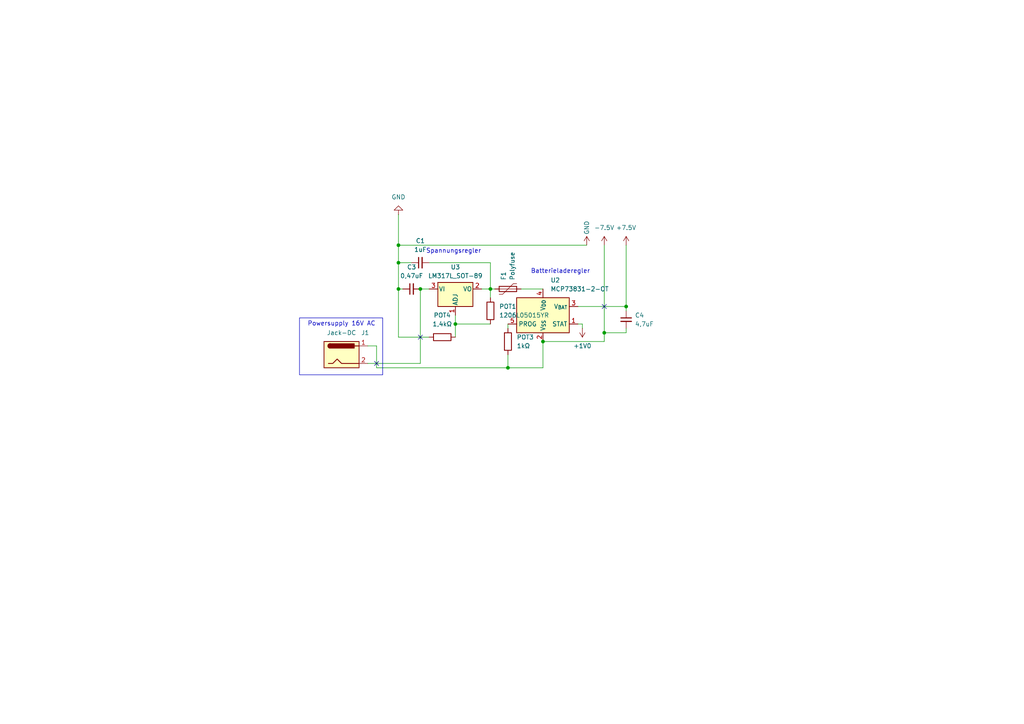
<source format=kicad_sch>
(kicad_sch (version 20231120) (generator "eeschema") (generator_version "8.0")
  (paper "A4")
  (title_block (title "LEGO® Technic (TM) Large Hub Battery: 45610 | Charger") (date "04.07.2024") (rev "AIIrondev") (company "https://github.com/Ekips-Prime-Pro") (comment 1 "1. Powersupply, 2. Spanungsregler, 3.Batterieladeregler"))
  (lib_symbols
    (symbol "Battery_Management:MCP73831-2-OT"
      (property "Reference" "U" (at -7.62 6.35 0))
      (property "Value" "MCP73831-2-OT" (at 1.27 6.35 0))
      (symbol "MCP73831-2-OT_0_1"
        (rectangle (start -7.62 5.08) (end 7.62 -5.08) (stroke (width 0.254)) (fill (type background)))
      )
      (symbol "MCP73831-2-OT_1_1"
        (pin tri_state line (at 10.16 -2.54 180) (length 2.54) (name "STAT") (number "1"))
        (pin power_in line (at 0 -7.62 90) (length 2.54) (name "V_{SS}") (number "2"))
        (pin power_out line (at 10.16 2.54 180) (length 2.54) (name "V_{BAT}") (number "3"))
        (pin power_in line (at 0 7.62 270) (length 2.54) (name "V_{DD}") (number "4"))
        (pin input line (at -10.16 -2.54 0) (length 2.54) (name "PROG") (number "5"))
      )
    )
    (symbol "Connector:Jack-DC" (pin_names (offset 1.016))
      (property "Reference" "J" (at 0 5.334 0))
      (property "Value" "Jack-DC" (at 0 -5.08 0))
      (symbol "Jack-DC_0_1"
        (rectangle (start -5.08 3.81) (end 5.08 -3.81) (stroke (width 0.254)) (fill (type background)))
        (arc (start -3.302 3.175) (mid -3.9343 2.54) (end -3.302 1.905) (stroke (width 0.254)))
        (arc (start -3.302 3.175) (mid -3.9343 2.54) (end -3.302 1.905) (stroke (width 0.254)) (fill (type outline)))
        (polyline (pts (xy 5.08 2.54) (xy 3.81 2.54)) (stroke (width 0.254)))
        (polyline (pts (xy -3.81 -2.54) (xy -2.54 -2.54) (xy -1.27 -1.27) (xy 0 -2.54) (xy 2.54 -2.54) (xy 5.08 -2.54)) (stroke (width 0.254)))
        (rectangle (start 3.683 3.175) (end -3.302 1.905) (stroke (width 0.254)) (fill (type outline)))
      )
      (symbol "Jack-DC_1_1"
        (pin passive line (at 7.62 2.54 180) (length 2.54) (name "~") (number "1"))
        (pin passive line (at 7.62 -2.54 180) (length 2.54) (name "~") (number "2"))
      )
    )
    (symbol "Device:C_Small" (pin_numbers hide) (pin_names (offset 0.254) hide)
      (property "Reference" "C" (at 0.254 1.778 0))
      (property "Value" "C_Small" (at 0.254 -2.032 0))
      (symbol "C_Small_0_1"
        (polyline (pts (xy -1.524 -0.508) (xy 1.524 -0.508)) (stroke (width 0.3302)))
        (polyline (pts (xy -1.524 0.508) (xy 1.524 0.508)) (stroke (width 0.3048)))
      )
      (symbol "C_Small_1_1"
        (pin passive line (at 0 2.54 270) (length 2.032) (name "~") (number "1"))
        (pin passive line (at 0 -2.54 90) (length 2.032) (name "~") (number "2"))
      )
    )
    (symbol "Device:Polyfuse" (pin_numbers hide) (pin_names (offset 0))
      (property "Reference" "F" (at -2.54 0 90))
      (property "Value" "Polyfuse" (at 2.54 0 90))
      (symbol "Polyfuse_0_1"
        (rectangle (start -0.762 2.54) (end 0.762 -2.54) (stroke (width 0.254)))
        (polyline (pts (xy 0 2.54) (xy 0 -2.54)))
        (polyline (pts (xy -1.524 2.54) (xy -1.524 1.524) (xy 1.524 -1.524) (xy 1.524 -2.54)))
      )
      (symbol "Polyfuse_1_1"
        (pin passive line (at 0 3.81 270) (length 1.27) (name "~") (number "1"))
        (pin passive line (at 0 -3.81 90) (length 1.27) (name "~") (number "2"))
      )
    )
    (symbol "Device:R" (pin_numbers hide) (pin_names (offset 0))
      (property "Reference" "R" (at 2.032 0 90))
      (property "Value" "R" (at 0 0 90))
      (symbol "R_0_1"
        (rectangle (start -1.016 -2.54) (end 1.016 2.54) (stroke (width 0.254)))
      )
      (symbol "R_1_1"
        (pin passive line (at 0 3.81 270) (length 1.27) (name "~") (number "1"))
        (pin passive line (at 0 -3.81 90) (length 1.27) (name "~") (number "2"))
      )
    )
    (symbol "Regulator_Linear:LM317L_SOT-89" (pin_names (offset 0.254))
      (property "Reference" "U" (at -3.81 3.175 0))
      (property "Value" "LM317L_SOT-89" (at 0 3.175 0))
      (symbol "LM317L_SOT-89_0_1"
        (rectangle (start -5.08 1.905) (end 5.08 -5.08) (stroke (width 0.254)) (fill (type background)))
      )
      (symbol "LM317L_SOT-89_1_1"
        (pin input line (at 0 -7.62 90) (length 2.54) (name "ADJ") (number "1"))
        (pin power_out line (at 7.62 0 180) (length 2.54) (name "VO") (number "2"))
        (pin power_in line (at -7.62 0 0) (length 2.54) (name "VI") (number "3"))
      )
    )
    (symbol "power:+1V0" (power) (pin_numbers hide) (pin_names (offset 0) hide)
      (property "Value" "+1V0" (at 0 3.556 0))
      (symbol "+1V0_0_1"
        (polyline (pts (xy -0.762 1.27) (xy 0 2.54)))
        (polyline (pts (xy 0 0) (xy 0 2.54)))
        (polyline (pts (xy 0 2.54) (xy 0.762 1.27)))
      )
      (symbol "+1V0_1_1"
        (pin power_in line (at 0 0 90) (length 0) (name "~") (number "1"))
      )
    )
    (symbol "power:+7.5V" (power) (pin_numbers hide) (pin_names (offset 0) hide)
      (property "Value" "+7.5V" (at 0 3.556 0))
      (symbol "+7.5V_0_1"
        (polyline (pts (xy -0.762 1.27) (xy 0 2.54)))
        (polyline (pts (xy 0 0) (xy 0 2.54)))
        (polyline (pts (xy 0 2.54) (xy 0.762 1.27)))
      )
      (symbol "+7.5V_1_1"
        (pin power_in line (at 0 0 90) (length 0) (name "~") (number "1"))
      )
    )
    (symbol "power:GND" (power) (pin_numbers hide) (pin_names (offset 0) hide)
      (property "Value" "GND" (at 0 -3.81 0))
      (symbol "GND_0_1"
        (polyline (pts (xy 0 0) (xy 0 -1.27) (xy 1.27 -1.27) (xy 0 -2.54) (xy -1.27 -1.27) (xy 0 -1.27)))
      )
      (symbol "GND_1_1"
        (pin power_in line (at 0 0 270) (length 0) (name "~") (number "1"))
      )
    )
  )
  (junction (at 147.32 106.68))
  (junction (at 115.57 76.2))
  (junction (at 132.08 93.98))
  (junction (at 115.57 71.12))
  (junction (at 115.57 83.82))
  (junction (at 157.48 99.06))
  (junction (at 175.26 96.52))
  (junction (at 142.24 83.82))
  (junction (at 121.92 83.82))
  (junction (at 181.61 88.9))
  (no_connect (at 121.92 97.79))
  (no_connect (at 175.26 88.9))
  (no_connect (at 109.22 105.41))
  (wire (pts (xy 109.22 100.33) (xy 109.22 106.68)))
  (wire (pts (xy 132.08 93.98) (xy 142.24 93.98)))
  (wire (pts (xy 115.57 97.79) (xy 124.46 97.79)))
  (wire (pts (xy 106.68 105.41) (xy 121.92 105.41)))
  (wire (pts (xy 147.32 102.87) (xy 147.32 106.68)))
  (wire (pts (xy 121.92 105.41) (xy 121.92 83.82)))
  (wire (pts (xy 106.68 100.33) (xy 109.22 100.33)))
  (wire (pts (xy 115.57 62.23) (xy 115.57 71.12)))
  (wire (pts (xy 157.48 99.06) (xy 157.48 106.68)))
  (wire (pts (xy 147.32 93.98) (xy 147.32 95.25)))
  (wire (pts (xy 121.92 83.82) (xy 124.46 83.82)))
  (wire (pts (xy 119.38 76.2) (xy 115.57 76.2)))
  (wire (pts (xy 132.08 93.98) (xy 132.08 97.79)))
  (wire (pts (xy 157.48 99.06) (xy 175.26 99.06)))
  (wire (pts (xy 181.61 88.9) (xy 181.61 90.17)))
  (wire (pts (xy 181.61 95.25) (xy 181.61 96.52)))
  (wire (pts (xy 168.91 93.98) (xy 168.91 95.25)))
  (wire (pts (xy 132.08 91.44) (xy 132.08 93.98)))
  (wire (pts (xy 142.24 83.82) (xy 142.24 86.36)))
  (wire (pts (xy 115.57 71.12) (xy 170.18 71.12)))
  (wire (pts (xy 175.26 71.12) (xy 175.26 96.52)))
  (wire (pts (xy 115.57 83.82) (xy 115.57 97.79)))
  (wire (pts (xy 175.26 96.52) (xy 181.61 96.52)))
  (wire (pts (xy 175.26 99.06) (xy 175.26 96.52)))
  (wire (pts (xy 124.46 76.2) (xy 142.24 76.2)))
  (wire (pts (xy 115.57 76.2) (xy 115.57 83.82)))
  (wire (pts (xy 181.61 88.9) (xy 167.64 88.9)))
  (wire (pts (xy 142.24 83.82) (xy 143.51 83.82)))
  (wire (pts (xy 139.7 83.82) (xy 142.24 83.82)))
  (wire (pts (xy 115.57 71.12) (xy 115.57 76.2)))
  (wire (pts (xy 151.13 83.82) (xy 157.48 83.82)))
  (wire (pts (xy 109.22 106.68) (xy 147.32 106.68)))
  (wire (pts (xy 142.24 76.2) (xy 142.24 83.82)))
  (wire (pts (xy 181.61 71.12) (xy 181.61 88.9)))
  (wire (pts (xy 147.32 106.68) (xy 157.48 106.68)))
  (wire (pts (xy 116.84 83.82) (xy 115.57 83.82)))
  (wire (pts (xy 167.64 93.98) (xy 168.91 93.98)))
  (rectangle (start 86.868 92.202) (end 110.998 108.712))
  (text "Powersupply 16V AC" (at 99.06 93.98 0) (effects (font (size 1.27 1.27))))
  (text "Batterieladeregler" (at 162.56 78.74 0) (effects (font (size 1.27 1.27))))
  (text "Spannungsregler" (exclude_from_sim yes) (at 131.572 72.898 0) (effects (font (size 1.27 1.27))))
  (symbol (lib_id "Device:Polyfuse") (at 147.32 83.82 90) (unit 1)
    (property "Reference" "F1" (at 146.0499 81.28 0) (effects (justify left)))
    (property "Value" "Polyfuse" (at 148.5899 81.28 0) (effects (justify left)))
    (property "Footprint" "Fuse:Fuse_Bourns_MF-RG300" (effects (hide yes)))
    (property "Description" "Resettable fuse, polymeric positive temperature coefficient" (effects (hide yes)))
  )
  (symbol (lib_id "Device:C_Small") (at 119.38 83.82 90) (unit 1)
    (property "Reference" "C3" (at 119.3863 77.47 90))
    (property "Value" "0,47uF" (at 119.3863 80.01 90))
    (property "Footprint" "C0805C474K5RACTU:C0805" (effects (hide yes)))
    (property "Description" "Unpolarized capacitor, small symbol" (effects (hide yes)))
  )
  (symbol (lib_id "power:+1V0") (at 168.91 95.25 180) (unit 1)
    (property "Reference" "#PWR06" (effects (hide yes)))
    (property "Value" "+1V0" (at 168.91 100.33 0))
    (property "Description" "Power symbol creates a global label with name \"+1V0\"" (effects (hide yes)))
  )
  (symbol (lib_id "power:GND") (at 115.57 62.23 180) (unit 1)
    (property "Reference" "#PWR01" (effects (hide yes)))
    (property "Value" "GND" (at 115.57 57.15 0))
    (property "Description" "Power symbol creates a global label with name \"GND\" , ground" (effects (hide yes)))
  )
  (symbol (lib_id "Connector:Jack-DC") (at 99.06 102.87 0) (unit 1)
    (property "Reference" "J1" (at 105.918 96.52 0))
    (property "Value" "Jack-DC" (at 99.06 96.52 0))
    (property "Description" "DC Barrel Jack" (effects (hide yes)))
  )
  (symbol (lib_id "Device:R") (at 142.24 90.17 0) (unit 1)
    (property "Reference" "POT1" (at 144.78 88.8999 0) (effects (justify left)))
    (property "Value" "1206L05015YR" (at 144.78 91.4399 0) (effects (justify left)))
    (property "Footprint" "1206L075THYR:1206L05015YR" (effects (hide yes)))
    (property "Datasheet" "240Ω" (effects (hide yes)))
    (property "Description" "Resistor" (effects (hide yes)))
  )
  (symbol (lib_id "power:+7.5V") (at 181.61 71.12 0) (unit 1)
    (property "Reference" "#PWR02" (effects (hide yes)))
    (property "Value" "+7.5V" (at 181.61 66.04 0))
    (property "Description" "Power symbol creates a global label with name \"+7.5V\"" (effects (hide yes)))
  )
  (symbol (lib_id "power:+7.5V") (at 170.18 71.12 0) (unit 1)
    (property "Reference" "#PWR05" (effects (hide yes)))
    (property "Value" "GND" (at 170.18 66.04 90))
    (property "Description" "Power symbol creates a global label with name \"+7.5V\"" (effects (hide yes)))
  )
  (symbol (lib_id "power:+7.5V") (at 175.26 71.12 0) (unit 1)
    (property "Reference" "#PWR04" (effects (hide yes)))
    (property "Value" "-7.5V" (at 175.26 66.04 0))
    (property "Description" "Power symbol creates a global label with name \"+7.5V\"" (effects (hide yes)))
  )
  (symbol (lib_id "Device:R") (at 147.32 99.06 0) (unit 1)
    (property "Reference" "POT3" (at 149.86 97.7899 0) (effects (justify left)))
    (property "Value" "1kΩ" (at 149.86 100.3299 0) (effects (justify left)))
    (property "Footprint" "ERJ-2RHD1401X:ERJ2RKD1004X" (effects (hide yes)))
    (property "Description" "Resistor" (effects (hide yes)))
  )
  (symbol (lib_id "Device:C_Small") (at 181.61 92.71 0) (unit 1)
    (property "Reference" "C4" (at 184.15 91.4462 0) (effects (justify left)))
    (property "Value" "4,7uF" (at 184.15 93.9862 0) (effects (justify left)))
    (property "Footprint" "C1210C475K4PACTU:C1210" (effects (hide yes)))
    (property "Description" "Unpolarized capacitor, small symbol" (effects (hide yes)))
  )
  (symbol (lib_id "Battery_Management:MCP73831-2-OT") (at 157.48 91.44 0) (unit 1)
    (property "Reference" "U2" (at 159.6741 81.28 0) (effects (justify left)))
    (property "Value" "MCP73831-2-OT" (at 159.6741 83.82 0) (effects (justify left)))
    (property "Footprint" "Package_TO_SOT_SMD:SOT-23-5" (effects (hide yes)))
    (property "Datasheet" "http://ww1.microchip.com/downloads/en/DeviceDoc/20001984g.pdf" (effects (hide yes)))
    (property "Description" "Single cell, Li-Ion/Li-Po charge management controller, 4.20V, Tri-State Status Output, in SOT23-5 package" (effects (hide yes)))
  )
  (symbol (lib_id "Device:R") (at 128.27 97.79 90) (unit 1)
    (property "Reference" "POT4" (at 128.27 91.44 90))
    (property "Value" "1,4kΩ" (at 128.27 93.98 90))
    (property "Footprint" "ERJ-2RHD1401X:ERJ2RKD1004X" (effects (hide yes)))
    (property "Datasheet" "1,4kΩ" (effects (hide yes)))
    (property "Description" "Resistor" (effects (hide yes)))
  )
  (symbol (lib_id "Device:C_Small") (at 121.92 76.2 90) (unit 1)
    (property "Reference" "C1" (at 121.9263 69.85 90))
    (property "Value" "1uF" (at 121.9263 72.39 90))
    (property "Footprint" "C0805C105K4RACTU:C0805" (effects (hide yes)))
    (property "Description" "Unpolarized capacitor, small symbol" (effects (hide yes)))
  )
  (symbol (lib_id "Regulator_Linear:LM317L_SOT-89") (at 132.08 83.82 0) (unit 1)
    (property "Reference" "U3" (at 132.08 77.47 0))
    (property "Value" "LM317L_SOT-89" (at 132.08 80.01 0))
    (property "Footprint" "Package_TO_SOT_SMD:SOT-89-3" (effects (hide yes)))
    (property "Datasheet" "http://www.ti.com/lit/ds/symlink/lm317l.pdf" (effects (hide yes)))
    (property "Description" "100mA 35V Adjustable Linear Regulator, SOT-89" (effects (hide yes)))
  )
)
</source>
